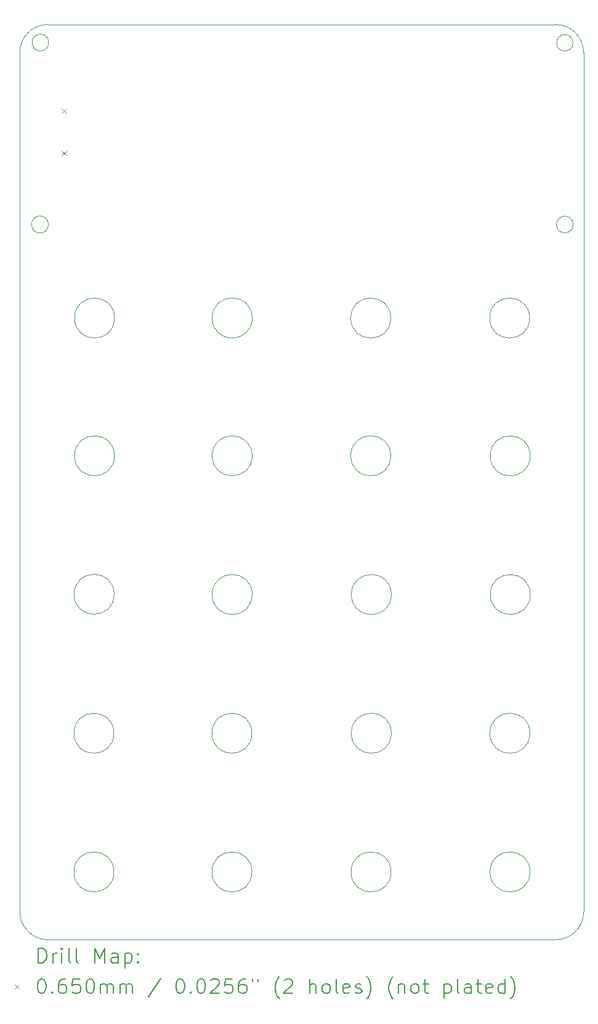
<source format=gbr>
%TF.GenerationSoftware,KiCad,Pcbnew,8.0.5-8.0.5-0~ubuntu22.04.1*%
%TF.CreationDate,2024-11-26T13:49:20+00:00*%
%TF.ProjectId,numcalcium,6e756d63-616c-4636-9975-6d2e6b696361,rev?*%
%TF.SameCoordinates,Original*%
%TF.FileFunction,Drillmap*%
%TF.FilePolarity,Positive*%
%FSLAX45Y45*%
G04 Gerber Fmt 4.5, Leading zero omitted, Abs format (unit mm)*
G04 Created by KiCad (PCBNEW 8.0.5-8.0.5-0~ubuntu22.04.1) date 2024-11-26 13:49:20*
%MOMM*%
%LPD*%
G01*
G04 APERTURE LIST*
%ADD10C,0.100000*%
%ADD11C,0.200000*%
G04 APERTURE END LIST*
D10*
X7557255Y646563D02*
G75*
G02*
X7327581Y646563I-114837J0D01*
G01*
X7327581Y646563D02*
G75*
G02*
X7557255Y646563I114837J0D01*
G01*
X7703252Y-8789360D02*
G75*
G02*
X7316997Y-9175613I-386262J8D01*
G01*
X-49003Y-8789360D02*
X-50975Y3007185D01*
X344062Y646909D02*
G75*
G02*
X111179Y646909I-116441J0D01*
G01*
X111179Y646909D02*
G75*
G02*
X344062Y646909I116441J0D01*
G01*
X346866Y3145348D02*
G75*
G02*
X118034Y3145348I-114416J0D01*
G01*
X118034Y3145348D02*
G75*
G02*
X346866Y3145348I114416J0D01*
G01*
X7315025Y3393440D02*
X335280Y3393440D01*
X7701280Y3007185D02*
X7703252Y-8789360D01*
X7316997Y-9175615D02*
X337252Y-9175615D01*
X-50975Y3007185D02*
G75*
G02*
X335280Y3393440I386255J0D01*
G01*
X337252Y-9175615D02*
G75*
G02*
X-49003Y-8789360I1J386256D01*
G01*
X7555016Y3142322D02*
G75*
G02*
X7330364Y3142322I-112326J0D01*
G01*
X7330364Y3142322D02*
G75*
G02*
X7555016Y3142322I112326J0D01*
G01*
X7315025Y3393440D02*
G75*
G02*
X7701272Y3007185I-4J-386252D01*
G01*
X5050025Y-2530015D02*
G75*
G02*
X4500025Y-2530015I-275000J0D01*
G01*
X4500025Y-2530015D02*
G75*
G02*
X5050025Y-2530015I275000J0D01*
G01*
X3140525Y-6339915D02*
G75*
G02*
X2590525Y-6339915I-275000J0D01*
G01*
X2590525Y-6339915D02*
G75*
G02*
X3140525Y-6339915I275000J0D01*
G01*
X1244025Y-8245015D02*
G75*
G02*
X694025Y-8245015I-275000J0D01*
G01*
X694025Y-8245015D02*
G75*
G02*
X1244025Y-8245015I275000J0D01*
G01*
X6967725Y-2530015D02*
G75*
G02*
X6417725Y-2530015I-275000J0D01*
G01*
X6417725Y-2530015D02*
G75*
G02*
X6967725Y-2530015I275000J0D01*
G01*
X3145025Y-637715D02*
G75*
G02*
X2595025Y-637715I-275000J0D01*
G01*
X2595025Y-637715D02*
G75*
G02*
X3145025Y-637715I275000J0D01*
G01*
X1252725Y-637715D02*
G75*
G02*
X702725Y-637715I-275000J0D01*
G01*
X702725Y-637715D02*
G75*
G02*
X1252725Y-637715I275000J0D01*
G01*
X3145025Y-2530015D02*
G75*
G02*
X2595025Y-2530015I-275000J0D01*
G01*
X2595025Y-2530015D02*
G75*
G02*
X3145025Y-2530015I275000J0D01*
G01*
X3145025Y-4434915D02*
G75*
G02*
X2595025Y-4434915I-275000J0D01*
G01*
X2595025Y-4434915D02*
G75*
G02*
X3145025Y-4434915I275000J0D01*
G01*
X5054025Y-8245015D02*
G75*
G02*
X4504025Y-8245015I-275000J0D01*
G01*
X4504025Y-8245015D02*
G75*
G02*
X5054025Y-8245015I275000J0D01*
G01*
X6959025Y-637715D02*
G75*
G02*
X6409025Y-637715I-275000J0D01*
G01*
X6409025Y-637715D02*
G75*
G02*
X6959025Y-637715I275000J0D01*
G01*
X3141725Y-8245015D02*
G75*
G02*
X2591725Y-8245015I-275000J0D01*
G01*
X2591725Y-8245015D02*
G75*
G02*
X3141725Y-8245015I275000J0D01*
G01*
X1246725Y-4431515D02*
G75*
G02*
X696725Y-4431515I-275000J0D01*
G01*
X696725Y-4431515D02*
G75*
G02*
X1246725Y-4431515I275000J0D01*
G01*
X6964425Y-8245015D02*
G75*
G02*
X6414425Y-8245015I-275000J0D01*
G01*
X6414425Y-8245015D02*
G75*
G02*
X6964425Y-8245015I275000J0D01*
G01*
X5058225Y-4434915D02*
G75*
G02*
X4508225Y-4434915I-275000J0D01*
G01*
X4508225Y-4434915D02*
G75*
G02*
X5058225Y-4434915I275000J0D01*
G01*
X1252725Y-2530015D02*
G75*
G02*
X702725Y-2530015I-275000J0D01*
G01*
X702725Y-2530015D02*
G75*
G02*
X1252725Y-2530015I275000J0D01*
G01*
X1244025Y-6340015D02*
G75*
G02*
X694025Y-6340015I-275000J0D01*
G01*
X694025Y-6340015D02*
G75*
G02*
X1244025Y-6340015I275000J0D01*
G01*
X5050025Y-637715D02*
G75*
G02*
X4500025Y-637715I-275000J0D01*
G01*
X4500025Y-637715D02*
G75*
G02*
X5050025Y-637715I275000J0D01*
G01*
X6963225Y-6339915D02*
G75*
G02*
X6413225Y-6339915I-275000J0D01*
G01*
X6413225Y-6339915D02*
G75*
G02*
X6963225Y-6339915I275000J0D01*
G01*
X5058225Y-6339915D02*
G75*
G02*
X4508225Y-6339915I-275000J0D01*
G01*
X4508225Y-6339915D02*
G75*
G02*
X5058225Y-6339915I275000J0D01*
G01*
X6967725Y-4435015D02*
G75*
G02*
X6417725Y-4435015I-275000J0D01*
G01*
X6417725Y-4435015D02*
G75*
G02*
X6967725Y-4435015I275000J0D01*
G01*
D11*
D10*
X526925Y2236285D02*
X591925Y2171285D01*
X591925Y2236285D02*
X526925Y2171285D01*
X526925Y1658285D02*
X591925Y1593285D01*
X591925Y1658285D02*
X526925Y1593285D01*
D11*
X204801Y-9492099D02*
X204801Y-9292099D01*
X204801Y-9292099D02*
X252420Y-9292099D01*
X252420Y-9292099D02*
X280992Y-9301623D01*
X280992Y-9301623D02*
X300040Y-9320671D01*
X300040Y-9320671D02*
X309563Y-9339718D01*
X309563Y-9339718D02*
X319087Y-9377813D01*
X319087Y-9377813D02*
X319087Y-9406385D01*
X319087Y-9406385D02*
X309563Y-9444480D01*
X309563Y-9444480D02*
X300040Y-9463528D01*
X300040Y-9463528D02*
X280992Y-9482575D01*
X280992Y-9482575D02*
X252420Y-9492099D01*
X252420Y-9492099D02*
X204801Y-9492099D01*
X404801Y-9492099D02*
X404801Y-9358766D01*
X404801Y-9396861D02*
X414325Y-9377813D01*
X414325Y-9377813D02*
X423849Y-9368290D01*
X423849Y-9368290D02*
X442897Y-9358766D01*
X442897Y-9358766D02*
X461944Y-9358766D01*
X528611Y-9492099D02*
X528611Y-9358766D01*
X528611Y-9292099D02*
X519087Y-9301623D01*
X519087Y-9301623D02*
X528611Y-9311147D01*
X528611Y-9311147D02*
X538135Y-9301623D01*
X538135Y-9301623D02*
X528611Y-9292099D01*
X528611Y-9292099D02*
X528611Y-9311147D01*
X652420Y-9492099D02*
X633373Y-9482575D01*
X633373Y-9482575D02*
X623849Y-9463528D01*
X623849Y-9463528D02*
X623849Y-9292099D01*
X757182Y-9492099D02*
X738135Y-9482575D01*
X738135Y-9482575D02*
X728611Y-9463528D01*
X728611Y-9463528D02*
X728611Y-9292099D01*
X985754Y-9492099D02*
X985754Y-9292099D01*
X985754Y-9292099D02*
X1052421Y-9434956D01*
X1052421Y-9434956D02*
X1119087Y-9292099D01*
X1119087Y-9292099D02*
X1119087Y-9492099D01*
X1300040Y-9492099D02*
X1300040Y-9387337D01*
X1300040Y-9387337D02*
X1290516Y-9368290D01*
X1290516Y-9368290D02*
X1271468Y-9358766D01*
X1271468Y-9358766D02*
X1233373Y-9358766D01*
X1233373Y-9358766D02*
X1214325Y-9368290D01*
X1300040Y-9482575D02*
X1280992Y-9492099D01*
X1280992Y-9492099D02*
X1233373Y-9492099D01*
X1233373Y-9492099D02*
X1214325Y-9482575D01*
X1214325Y-9482575D02*
X1204801Y-9463528D01*
X1204801Y-9463528D02*
X1204801Y-9444480D01*
X1204801Y-9444480D02*
X1214325Y-9425433D01*
X1214325Y-9425433D02*
X1233373Y-9415909D01*
X1233373Y-9415909D02*
X1280992Y-9415909D01*
X1280992Y-9415909D02*
X1300040Y-9406385D01*
X1395278Y-9358766D02*
X1395278Y-9558766D01*
X1395278Y-9368290D02*
X1414325Y-9358766D01*
X1414325Y-9358766D02*
X1452420Y-9358766D01*
X1452420Y-9358766D02*
X1471468Y-9368290D01*
X1471468Y-9368290D02*
X1480992Y-9377813D01*
X1480992Y-9377813D02*
X1490516Y-9396861D01*
X1490516Y-9396861D02*
X1490516Y-9454004D01*
X1490516Y-9454004D02*
X1480992Y-9473052D01*
X1480992Y-9473052D02*
X1471468Y-9482575D01*
X1471468Y-9482575D02*
X1452420Y-9492099D01*
X1452420Y-9492099D02*
X1414325Y-9492099D01*
X1414325Y-9492099D02*
X1395278Y-9482575D01*
X1576230Y-9473052D02*
X1585754Y-9482575D01*
X1585754Y-9482575D02*
X1576230Y-9492099D01*
X1576230Y-9492099D02*
X1566706Y-9482575D01*
X1566706Y-9482575D02*
X1576230Y-9473052D01*
X1576230Y-9473052D02*
X1576230Y-9492099D01*
X1576230Y-9368290D02*
X1585754Y-9377813D01*
X1585754Y-9377813D02*
X1576230Y-9387337D01*
X1576230Y-9387337D02*
X1566706Y-9377813D01*
X1566706Y-9377813D02*
X1576230Y-9368290D01*
X1576230Y-9368290D02*
X1576230Y-9387337D01*
D10*
X-120975Y-9788115D02*
X-55975Y-9853115D01*
X-55975Y-9788115D02*
X-120975Y-9853115D01*
D11*
X242897Y-9712099D02*
X261944Y-9712099D01*
X261944Y-9712099D02*
X280992Y-9721623D01*
X280992Y-9721623D02*
X290516Y-9731147D01*
X290516Y-9731147D02*
X300040Y-9750194D01*
X300040Y-9750194D02*
X309563Y-9788290D01*
X309563Y-9788290D02*
X309563Y-9835909D01*
X309563Y-9835909D02*
X300040Y-9874004D01*
X300040Y-9874004D02*
X290516Y-9893052D01*
X290516Y-9893052D02*
X280992Y-9902575D01*
X280992Y-9902575D02*
X261944Y-9912099D01*
X261944Y-9912099D02*
X242897Y-9912099D01*
X242897Y-9912099D02*
X223849Y-9902575D01*
X223849Y-9902575D02*
X214325Y-9893052D01*
X214325Y-9893052D02*
X204801Y-9874004D01*
X204801Y-9874004D02*
X195278Y-9835909D01*
X195278Y-9835909D02*
X195278Y-9788290D01*
X195278Y-9788290D02*
X204801Y-9750194D01*
X204801Y-9750194D02*
X214325Y-9731147D01*
X214325Y-9731147D02*
X223849Y-9721623D01*
X223849Y-9721623D02*
X242897Y-9712099D01*
X395278Y-9893052D02*
X404801Y-9902575D01*
X404801Y-9902575D02*
X395278Y-9912099D01*
X395278Y-9912099D02*
X385754Y-9902575D01*
X385754Y-9902575D02*
X395278Y-9893052D01*
X395278Y-9893052D02*
X395278Y-9912099D01*
X576230Y-9712099D02*
X538135Y-9712099D01*
X538135Y-9712099D02*
X519087Y-9721623D01*
X519087Y-9721623D02*
X509563Y-9731147D01*
X509563Y-9731147D02*
X490516Y-9759718D01*
X490516Y-9759718D02*
X480992Y-9797813D01*
X480992Y-9797813D02*
X480992Y-9874004D01*
X480992Y-9874004D02*
X490516Y-9893052D01*
X490516Y-9893052D02*
X500039Y-9902575D01*
X500039Y-9902575D02*
X519087Y-9912099D01*
X519087Y-9912099D02*
X557182Y-9912099D01*
X557182Y-9912099D02*
X576230Y-9902575D01*
X576230Y-9902575D02*
X585754Y-9893052D01*
X585754Y-9893052D02*
X595278Y-9874004D01*
X595278Y-9874004D02*
X595278Y-9826385D01*
X595278Y-9826385D02*
X585754Y-9807337D01*
X585754Y-9807337D02*
X576230Y-9797813D01*
X576230Y-9797813D02*
X557182Y-9788290D01*
X557182Y-9788290D02*
X519087Y-9788290D01*
X519087Y-9788290D02*
X500039Y-9797813D01*
X500039Y-9797813D02*
X490516Y-9807337D01*
X490516Y-9807337D02*
X480992Y-9826385D01*
X776230Y-9712099D02*
X680992Y-9712099D01*
X680992Y-9712099D02*
X671468Y-9807337D01*
X671468Y-9807337D02*
X680992Y-9797813D01*
X680992Y-9797813D02*
X700039Y-9788290D01*
X700039Y-9788290D02*
X747659Y-9788290D01*
X747659Y-9788290D02*
X766706Y-9797813D01*
X766706Y-9797813D02*
X776230Y-9807337D01*
X776230Y-9807337D02*
X785754Y-9826385D01*
X785754Y-9826385D02*
X785754Y-9874004D01*
X785754Y-9874004D02*
X776230Y-9893052D01*
X776230Y-9893052D02*
X766706Y-9902575D01*
X766706Y-9902575D02*
X747659Y-9912099D01*
X747659Y-9912099D02*
X700039Y-9912099D01*
X700039Y-9912099D02*
X680992Y-9902575D01*
X680992Y-9902575D02*
X671468Y-9893052D01*
X909563Y-9712099D02*
X928611Y-9712099D01*
X928611Y-9712099D02*
X947659Y-9721623D01*
X947659Y-9721623D02*
X957182Y-9731147D01*
X957182Y-9731147D02*
X966706Y-9750194D01*
X966706Y-9750194D02*
X976230Y-9788290D01*
X976230Y-9788290D02*
X976230Y-9835909D01*
X976230Y-9835909D02*
X966706Y-9874004D01*
X966706Y-9874004D02*
X957182Y-9893052D01*
X957182Y-9893052D02*
X947659Y-9902575D01*
X947659Y-9902575D02*
X928611Y-9912099D01*
X928611Y-9912099D02*
X909563Y-9912099D01*
X909563Y-9912099D02*
X890516Y-9902575D01*
X890516Y-9902575D02*
X880992Y-9893052D01*
X880992Y-9893052D02*
X871468Y-9874004D01*
X871468Y-9874004D02*
X861944Y-9835909D01*
X861944Y-9835909D02*
X861944Y-9788290D01*
X861944Y-9788290D02*
X871468Y-9750194D01*
X871468Y-9750194D02*
X880992Y-9731147D01*
X880992Y-9731147D02*
X890516Y-9721623D01*
X890516Y-9721623D02*
X909563Y-9712099D01*
X1061944Y-9912099D02*
X1061944Y-9778766D01*
X1061944Y-9797813D02*
X1071468Y-9788290D01*
X1071468Y-9788290D02*
X1090516Y-9778766D01*
X1090516Y-9778766D02*
X1119087Y-9778766D01*
X1119087Y-9778766D02*
X1138135Y-9788290D01*
X1138135Y-9788290D02*
X1147659Y-9807337D01*
X1147659Y-9807337D02*
X1147659Y-9912099D01*
X1147659Y-9807337D02*
X1157182Y-9788290D01*
X1157182Y-9788290D02*
X1176230Y-9778766D01*
X1176230Y-9778766D02*
X1204801Y-9778766D01*
X1204801Y-9778766D02*
X1223849Y-9788290D01*
X1223849Y-9788290D02*
X1233373Y-9807337D01*
X1233373Y-9807337D02*
X1233373Y-9912099D01*
X1328611Y-9912099D02*
X1328611Y-9778766D01*
X1328611Y-9797813D02*
X1338135Y-9788290D01*
X1338135Y-9788290D02*
X1357182Y-9778766D01*
X1357182Y-9778766D02*
X1385754Y-9778766D01*
X1385754Y-9778766D02*
X1404801Y-9788290D01*
X1404801Y-9788290D02*
X1414325Y-9807337D01*
X1414325Y-9807337D02*
X1414325Y-9912099D01*
X1414325Y-9807337D02*
X1423849Y-9788290D01*
X1423849Y-9788290D02*
X1442897Y-9778766D01*
X1442897Y-9778766D02*
X1471468Y-9778766D01*
X1471468Y-9778766D02*
X1490516Y-9788290D01*
X1490516Y-9788290D02*
X1500040Y-9807337D01*
X1500040Y-9807337D02*
X1500040Y-9912099D01*
X1890516Y-9702575D02*
X1719087Y-9959718D01*
X2147659Y-9712099D02*
X2166706Y-9712099D01*
X2166706Y-9712099D02*
X2185754Y-9721623D01*
X2185754Y-9721623D02*
X2195278Y-9731147D01*
X2195278Y-9731147D02*
X2204802Y-9750194D01*
X2204802Y-9750194D02*
X2214325Y-9788290D01*
X2214325Y-9788290D02*
X2214325Y-9835909D01*
X2214325Y-9835909D02*
X2204802Y-9874004D01*
X2204802Y-9874004D02*
X2195278Y-9893052D01*
X2195278Y-9893052D02*
X2185754Y-9902575D01*
X2185754Y-9902575D02*
X2166706Y-9912099D01*
X2166706Y-9912099D02*
X2147659Y-9912099D01*
X2147659Y-9912099D02*
X2128611Y-9902575D01*
X2128611Y-9902575D02*
X2119087Y-9893052D01*
X2119087Y-9893052D02*
X2109564Y-9874004D01*
X2109564Y-9874004D02*
X2100040Y-9835909D01*
X2100040Y-9835909D02*
X2100040Y-9788290D01*
X2100040Y-9788290D02*
X2109564Y-9750194D01*
X2109564Y-9750194D02*
X2119087Y-9731147D01*
X2119087Y-9731147D02*
X2128611Y-9721623D01*
X2128611Y-9721623D02*
X2147659Y-9712099D01*
X2300040Y-9893052D02*
X2309564Y-9902575D01*
X2309564Y-9902575D02*
X2300040Y-9912099D01*
X2300040Y-9912099D02*
X2290516Y-9902575D01*
X2290516Y-9902575D02*
X2300040Y-9893052D01*
X2300040Y-9893052D02*
X2300040Y-9912099D01*
X2433373Y-9712099D02*
X2452421Y-9712099D01*
X2452421Y-9712099D02*
X2471468Y-9721623D01*
X2471468Y-9721623D02*
X2480992Y-9731147D01*
X2480992Y-9731147D02*
X2490516Y-9750194D01*
X2490516Y-9750194D02*
X2500040Y-9788290D01*
X2500040Y-9788290D02*
X2500040Y-9835909D01*
X2500040Y-9835909D02*
X2490516Y-9874004D01*
X2490516Y-9874004D02*
X2480992Y-9893052D01*
X2480992Y-9893052D02*
X2471468Y-9902575D01*
X2471468Y-9902575D02*
X2452421Y-9912099D01*
X2452421Y-9912099D02*
X2433373Y-9912099D01*
X2433373Y-9912099D02*
X2414325Y-9902575D01*
X2414325Y-9902575D02*
X2404802Y-9893052D01*
X2404802Y-9893052D02*
X2395278Y-9874004D01*
X2395278Y-9874004D02*
X2385754Y-9835909D01*
X2385754Y-9835909D02*
X2385754Y-9788290D01*
X2385754Y-9788290D02*
X2395278Y-9750194D01*
X2395278Y-9750194D02*
X2404802Y-9731147D01*
X2404802Y-9731147D02*
X2414325Y-9721623D01*
X2414325Y-9721623D02*
X2433373Y-9712099D01*
X2576230Y-9731147D02*
X2585754Y-9721623D01*
X2585754Y-9721623D02*
X2604802Y-9712099D01*
X2604802Y-9712099D02*
X2652421Y-9712099D01*
X2652421Y-9712099D02*
X2671468Y-9721623D01*
X2671468Y-9721623D02*
X2680992Y-9731147D01*
X2680992Y-9731147D02*
X2690516Y-9750194D01*
X2690516Y-9750194D02*
X2690516Y-9769242D01*
X2690516Y-9769242D02*
X2680992Y-9797813D01*
X2680992Y-9797813D02*
X2566706Y-9912099D01*
X2566706Y-9912099D02*
X2690516Y-9912099D01*
X2871468Y-9712099D02*
X2776230Y-9712099D01*
X2776230Y-9712099D02*
X2766706Y-9807337D01*
X2766706Y-9807337D02*
X2776230Y-9797813D01*
X2776230Y-9797813D02*
X2795278Y-9788290D01*
X2795278Y-9788290D02*
X2842897Y-9788290D01*
X2842897Y-9788290D02*
X2861944Y-9797813D01*
X2861944Y-9797813D02*
X2871468Y-9807337D01*
X2871468Y-9807337D02*
X2880992Y-9826385D01*
X2880992Y-9826385D02*
X2880992Y-9874004D01*
X2880992Y-9874004D02*
X2871468Y-9893052D01*
X2871468Y-9893052D02*
X2861944Y-9902575D01*
X2861944Y-9902575D02*
X2842897Y-9912099D01*
X2842897Y-9912099D02*
X2795278Y-9912099D01*
X2795278Y-9912099D02*
X2776230Y-9902575D01*
X2776230Y-9902575D02*
X2766706Y-9893052D01*
X3052421Y-9712099D02*
X3014325Y-9712099D01*
X3014325Y-9712099D02*
X2995278Y-9721623D01*
X2995278Y-9721623D02*
X2985754Y-9731147D01*
X2985754Y-9731147D02*
X2966706Y-9759718D01*
X2966706Y-9759718D02*
X2957183Y-9797813D01*
X2957183Y-9797813D02*
X2957183Y-9874004D01*
X2957183Y-9874004D02*
X2966706Y-9893052D01*
X2966706Y-9893052D02*
X2976230Y-9902575D01*
X2976230Y-9902575D02*
X2995278Y-9912099D01*
X2995278Y-9912099D02*
X3033373Y-9912099D01*
X3033373Y-9912099D02*
X3052421Y-9902575D01*
X3052421Y-9902575D02*
X3061944Y-9893052D01*
X3061944Y-9893052D02*
X3071468Y-9874004D01*
X3071468Y-9874004D02*
X3071468Y-9826385D01*
X3071468Y-9826385D02*
X3061944Y-9807337D01*
X3061944Y-9807337D02*
X3052421Y-9797813D01*
X3052421Y-9797813D02*
X3033373Y-9788290D01*
X3033373Y-9788290D02*
X2995278Y-9788290D01*
X2995278Y-9788290D02*
X2976230Y-9797813D01*
X2976230Y-9797813D02*
X2966706Y-9807337D01*
X2966706Y-9807337D02*
X2957183Y-9826385D01*
X3147659Y-9712099D02*
X3147659Y-9750194D01*
X3223849Y-9712099D02*
X3223849Y-9750194D01*
X3519087Y-9988290D02*
X3509564Y-9978766D01*
X3509564Y-9978766D02*
X3490516Y-9950194D01*
X3490516Y-9950194D02*
X3480992Y-9931147D01*
X3480992Y-9931147D02*
X3471468Y-9902575D01*
X3471468Y-9902575D02*
X3461945Y-9854956D01*
X3461945Y-9854956D02*
X3461945Y-9816861D01*
X3461945Y-9816861D02*
X3471468Y-9769242D01*
X3471468Y-9769242D02*
X3480992Y-9740671D01*
X3480992Y-9740671D02*
X3490516Y-9721623D01*
X3490516Y-9721623D02*
X3509564Y-9693052D01*
X3509564Y-9693052D02*
X3519087Y-9683528D01*
X3585754Y-9731147D02*
X3595278Y-9721623D01*
X3595278Y-9721623D02*
X3614325Y-9712099D01*
X3614325Y-9712099D02*
X3661945Y-9712099D01*
X3661945Y-9712099D02*
X3680992Y-9721623D01*
X3680992Y-9721623D02*
X3690516Y-9731147D01*
X3690516Y-9731147D02*
X3700040Y-9750194D01*
X3700040Y-9750194D02*
X3700040Y-9769242D01*
X3700040Y-9769242D02*
X3690516Y-9797813D01*
X3690516Y-9797813D02*
X3576230Y-9912099D01*
X3576230Y-9912099D02*
X3700040Y-9912099D01*
X3938135Y-9912099D02*
X3938135Y-9712099D01*
X4023849Y-9912099D02*
X4023849Y-9807337D01*
X4023849Y-9807337D02*
X4014326Y-9788290D01*
X4014326Y-9788290D02*
X3995278Y-9778766D01*
X3995278Y-9778766D02*
X3966706Y-9778766D01*
X3966706Y-9778766D02*
X3947659Y-9788290D01*
X3947659Y-9788290D02*
X3938135Y-9797813D01*
X4147659Y-9912099D02*
X4128611Y-9902575D01*
X4128611Y-9902575D02*
X4119087Y-9893052D01*
X4119087Y-9893052D02*
X4109564Y-9874004D01*
X4109564Y-9874004D02*
X4109564Y-9816861D01*
X4109564Y-9816861D02*
X4119087Y-9797813D01*
X4119087Y-9797813D02*
X4128611Y-9788290D01*
X4128611Y-9788290D02*
X4147659Y-9778766D01*
X4147659Y-9778766D02*
X4176230Y-9778766D01*
X4176230Y-9778766D02*
X4195278Y-9788290D01*
X4195278Y-9788290D02*
X4204802Y-9797813D01*
X4204802Y-9797813D02*
X4214326Y-9816861D01*
X4214326Y-9816861D02*
X4214326Y-9874004D01*
X4214326Y-9874004D02*
X4204802Y-9893052D01*
X4204802Y-9893052D02*
X4195278Y-9902575D01*
X4195278Y-9902575D02*
X4176230Y-9912099D01*
X4176230Y-9912099D02*
X4147659Y-9912099D01*
X4328611Y-9912099D02*
X4309564Y-9902575D01*
X4309564Y-9902575D02*
X4300040Y-9883528D01*
X4300040Y-9883528D02*
X4300040Y-9712099D01*
X4480992Y-9902575D02*
X4461945Y-9912099D01*
X4461945Y-9912099D02*
X4423849Y-9912099D01*
X4423849Y-9912099D02*
X4404802Y-9902575D01*
X4404802Y-9902575D02*
X4395278Y-9883528D01*
X4395278Y-9883528D02*
X4395278Y-9807337D01*
X4395278Y-9807337D02*
X4404802Y-9788290D01*
X4404802Y-9788290D02*
X4423849Y-9778766D01*
X4423849Y-9778766D02*
X4461945Y-9778766D01*
X4461945Y-9778766D02*
X4480992Y-9788290D01*
X4480992Y-9788290D02*
X4490516Y-9807337D01*
X4490516Y-9807337D02*
X4490516Y-9826385D01*
X4490516Y-9826385D02*
X4395278Y-9845433D01*
X4566707Y-9902575D02*
X4585754Y-9912099D01*
X4585754Y-9912099D02*
X4623849Y-9912099D01*
X4623849Y-9912099D02*
X4642897Y-9902575D01*
X4642897Y-9902575D02*
X4652421Y-9883528D01*
X4652421Y-9883528D02*
X4652421Y-9874004D01*
X4652421Y-9874004D02*
X4642897Y-9854956D01*
X4642897Y-9854956D02*
X4623849Y-9845433D01*
X4623849Y-9845433D02*
X4595278Y-9845433D01*
X4595278Y-9845433D02*
X4576230Y-9835909D01*
X4576230Y-9835909D02*
X4566707Y-9816861D01*
X4566707Y-9816861D02*
X4566707Y-9807337D01*
X4566707Y-9807337D02*
X4576230Y-9788290D01*
X4576230Y-9788290D02*
X4595278Y-9778766D01*
X4595278Y-9778766D02*
X4623849Y-9778766D01*
X4623849Y-9778766D02*
X4642897Y-9788290D01*
X4719088Y-9988290D02*
X4728611Y-9978766D01*
X4728611Y-9978766D02*
X4747659Y-9950194D01*
X4747659Y-9950194D02*
X4757183Y-9931147D01*
X4757183Y-9931147D02*
X4766707Y-9902575D01*
X4766707Y-9902575D02*
X4776230Y-9854956D01*
X4776230Y-9854956D02*
X4776230Y-9816861D01*
X4776230Y-9816861D02*
X4766707Y-9769242D01*
X4766707Y-9769242D02*
X4757183Y-9740671D01*
X4757183Y-9740671D02*
X4747659Y-9721623D01*
X4747659Y-9721623D02*
X4728611Y-9693052D01*
X4728611Y-9693052D02*
X4719088Y-9683528D01*
X5080992Y-9988290D02*
X5071469Y-9978766D01*
X5071469Y-9978766D02*
X5052421Y-9950194D01*
X5052421Y-9950194D02*
X5042897Y-9931147D01*
X5042897Y-9931147D02*
X5033373Y-9902575D01*
X5033373Y-9902575D02*
X5023850Y-9854956D01*
X5023850Y-9854956D02*
X5023850Y-9816861D01*
X5023850Y-9816861D02*
X5033373Y-9769242D01*
X5033373Y-9769242D02*
X5042897Y-9740671D01*
X5042897Y-9740671D02*
X5052421Y-9721623D01*
X5052421Y-9721623D02*
X5071469Y-9693052D01*
X5071469Y-9693052D02*
X5080992Y-9683528D01*
X5157183Y-9778766D02*
X5157183Y-9912099D01*
X5157183Y-9797813D02*
X5166707Y-9788290D01*
X5166707Y-9788290D02*
X5185754Y-9778766D01*
X5185754Y-9778766D02*
X5214326Y-9778766D01*
X5214326Y-9778766D02*
X5233373Y-9788290D01*
X5233373Y-9788290D02*
X5242897Y-9807337D01*
X5242897Y-9807337D02*
X5242897Y-9912099D01*
X5366707Y-9912099D02*
X5347659Y-9902575D01*
X5347659Y-9902575D02*
X5338135Y-9893052D01*
X5338135Y-9893052D02*
X5328611Y-9874004D01*
X5328611Y-9874004D02*
X5328611Y-9816861D01*
X5328611Y-9816861D02*
X5338135Y-9797813D01*
X5338135Y-9797813D02*
X5347659Y-9788290D01*
X5347659Y-9788290D02*
X5366707Y-9778766D01*
X5366707Y-9778766D02*
X5395278Y-9778766D01*
X5395278Y-9778766D02*
X5414326Y-9788290D01*
X5414326Y-9788290D02*
X5423850Y-9797813D01*
X5423850Y-9797813D02*
X5433373Y-9816861D01*
X5433373Y-9816861D02*
X5433373Y-9874004D01*
X5433373Y-9874004D02*
X5423850Y-9893052D01*
X5423850Y-9893052D02*
X5414326Y-9902575D01*
X5414326Y-9902575D02*
X5395278Y-9912099D01*
X5395278Y-9912099D02*
X5366707Y-9912099D01*
X5490516Y-9778766D02*
X5566707Y-9778766D01*
X5519088Y-9712099D02*
X5519088Y-9883528D01*
X5519088Y-9883528D02*
X5528611Y-9902575D01*
X5528611Y-9902575D02*
X5547659Y-9912099D01*
X5547659Y-9912099D02*
X5566707Y-9912099D01*
X5785754Y-9778766D02*
X5785754Y-9978766D01*
X5785754Y-9788290D02*
X5804802Y-9778766D01*
X5804802Y-9778766D02*
X5842897Y-9778766D01*
X5842897Y-9778766D02*
X5861945Y-9788290D01*
X5861945Y-9788290D02*
X5871469Y-9797813D01*
X5871469Y-9797813D02*
X5880992Y-9816861D01*
X5880992Y-9816861D02*
X5880992Y-9874004D01*
X5880992Y-9874004D02*
X5871469Y-9893052D01*
X5871469Y-9893052D02*
X5861945Y-9902575D01*
X5861945Y-9902575D02*
X5842897Y-9912099D01*
X5842897Y-9912099D02*
X5804802Y-9912099D01*
X5804802Y-9912099D02*
X5785754Y-9902575D01*
X5995278Y-9912099D02*
X5976230Y-9902575D01*
X5976230Y-9902575D02*
X5966707Y-9883528D01*
X5966707Y-9883528D02*
X5966707Y-9712099D01*
X6157183Y-9912099D02*
X6157183Y-9807337D01*
X6157183Y-9807337D02*
X6147659Y-9788290D01*
X6147659Y-9788290D02*
X6128611Y-9778766D01*
X6128611Y-9778766D02*
X6090516Y-9778766D01*
X6090516Y-9778766D02*
X6071469Y-9788290D01*
X6157183Y-9902575D02*
X6138135Y-9912099D01*
X6138135Y-9912099D02*
X6090516Y-9912099D01*
X6090516Y-9912099D02*
X6071469Y-9902575D01*
X6071469Y-9902575D02*
X6061945Y-9883528D01*
X6061945Y-9883528D02*
X6061945Y-9864480D01*
X6061945Y-9864480D02*
X6071469Y-9845433D01*
X6071469Y-9845433D02*
X6090516Y-9835909D01*
X6090516Y-9835909D02*
X6138135Y-9835909D01*
X6138135Y-9835909D02*
X6157183Y-9826385D01*
X6223850Y-9778766D02*
X6300040Y-9778766D01*
X6252421Y-9712099D02*
X6252421Y-9883528D01*
X6252421Y-9883528D02*
X6261945Y-9902575D01*
X6261945Y-9902575D02*
X6280992Y-9912099D01*
X6280992Y-9912099D02*
X6300040Y-9912099D01*
X6442897Y-9902575D02*
X6423850Y-9912099D01*
X6423850Y-9912099D02*
X6385754Y-9912099D01*
X6385754Y-9912099D02*
X6366707Y-9902575D01*
X6366707Y-9902575D02*
X6357183Y-9883528D01*
X6357183Y-9883528D02*
X6357183Y-9807337D01*
X6357183Y-9807337D02*
X6366707Y-9788290D01*
X6366707Y-9788290D02*
X6385754Y-9778766D01*
X6385754Y-9778766D02*
X6423850Y-9778766D01*
X6423850Y-9778766D02*
X6442897Y-9788290D01*
X6442897Y-9788290D02*
X6452421Y-9807337D01*
X6452421Y-9807337D02*
X6452421Y-9826385D01*
X6452421Y-9826385D02*
X6357183Y-9845433D01*
X6623850Y-9912099D02*
X6623850Y-9712099D01*
X6623850Y-9902575D02*
X6604802Y-9912099D01*
X6604802Y-9912099D02*
X6566707Y-9912099D01*
X6566707Y-9912099D02*
X6547659Y-9902575D01*
X6547659Y-9902575D02*
X6538135Y-9893052D01*
X6538135Y-9893052D02*
X6528611Y-9874004D01*
X6528611Y-9874004D02*
X6528611Y-9816861D01*
X6528611Y-9816861D02*
X6538135Y-9797813D01*
X6538135Y-9797813D02*
X6547659Y-9788290D01*
X6547659Y-9788290D02*
X6566707Y-9778766D01*
X6566707Y-9778766D02*
X6604802Y-9778766D01*
X6604802Y-9778766D02*
X6623850Y-9788290D01*
X6700040Y-9988290D02*
X6709564Y-9978766D01*
X6709564Y-9978766D02*
X6728611Y-9950194D01*
X6728611Y-9950194D02*
X6738135Y-9931147D01*
X6738135Y-9931147D02*
X6747659Y-9902575D01*
X6747659Y-9902575D02*
X6757183Y-9854956D01*
X6757183Y-9854956D02*
X6757183Y-9816861D01*
X6757183Y-9816861D02*
X6747659Y-9769242D01*
X6747659Y-9769242D02*
X6738135Y-9740671D01*
X6738135Y-9740671D02*
X6728611Y-9721623D01*
X6728611Y-9721623D02*
X6709564Y-9693052D01*
X6709564Y-9693052D02*
X6700040Y-9683528D01*
M02*

</source>
